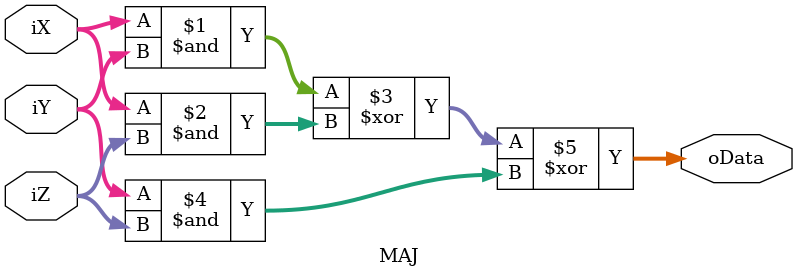
<source format=v>
module MAJ(
		input 			[31:0]	iX,
		input			[31:0]	iY,
		input			[31:0]	iZ,
		output			[31:0]	oData
		);

	assign oData = (iX & iY) ^ (iX & iZ) ^ (iY & iZ); 
endmodule

</source>
